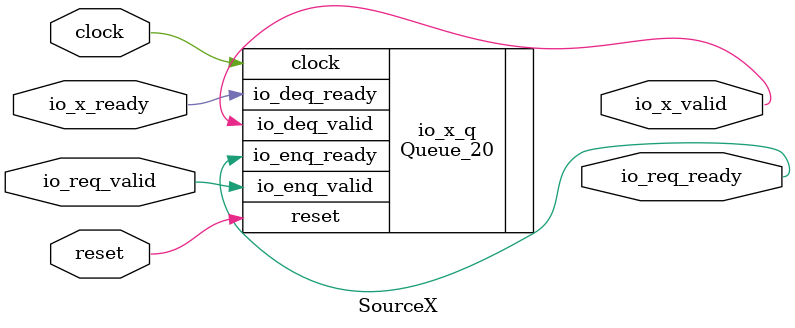
<source format=sv>
`ifndef RANDOMIZE
  `ifdef RANDOMIZE_REG_INIT
    `define RANDOMIZE
  `endif // RANDOMIZE_REG_INIT
`endif // not def RANDOMIZE
`ifndef RANDOMIZE
  `ifdef RANDOMIZE_MEM_INIT
    `define RANDOMIZE
  `endif // RANDOMIZE_MEM_INIT
`endif // not def RANDOMIZE

`ifndef RANDOM
  `define RANDOM $random
`endif // not def RANDOM

// Users can define 'PRINTF_COND' to add an extra gate to prints.
`ifndef PRINTF_COND_
  `ifdef PRINTF_COND
    `define PRINTF_COND_ (`PRINTF_COND)
  `else  // PRINTF_COND
    `define PRINTF_COND_ 1
  `endif // PRINTF_COND
`endif // not def PRINTF_COND_

// Users can define 'ASSERT_VERBOSE_COND' to add an extra gate to assert error printing.
`ifndef ASSERT_VERBOSE_COND_
  `ifdef ASSERT_VERBOSE_COND
    `define ASSERT_VERBOSE_COND_ (`ASSERT_VERBOSE_COND)
  `else  // ASSERT_VERBOSE_COND
    `define ASSERT_VERBOSE_COND_ 1
  `endif // ASSERT_VERBOSE_COND
`endif // not def ASSERT_VERBOSE_COND_

// Users can define 'STOP_COND' to add an extra gate to stop conditions.
`ifndef STOP_COND_
  `ifdef STOP_COND
    `define STOP_COND_ (`STOP_COND)
  `else  // STOP_COND
    `define STOP_COND_ 1
  `endif // STOP_COND
`endif // not def STOP_COND_

// Users can define INIT_RANDOM as general code that gets injected into the
// initializer block for modules with registers.
`ifndef INIT_RANDOM
  `define INIT_RANDOM
`endif // not def INIT_RANDOM

// If using random initialization, you can also define RANDOMIZE_DELAY to
// customize the delay used, otherwise 0.002 is used.
`ifndef RANDOMIZE_DELAY
  `define RANDOMIZE_DELAY 0.002
`endif // not def RANDOMIZE_DELAY

// Define INIT_RANDOM_PROLOG_ for use in our modules below.
`ifndef INIT_RANDOM_PROLOG_
  `ifdef RANDOMIZE
    `ifdef VERILATOR
      `define INIT_RANDOM_PROLOG_ `INIT_RANDOM
    `else  // VERILATOR
      `define INIT_RANDOM_PROLOG_ `INIT_RANDOM #`RANDOMIZE_DELAY begin end
    `endif // VERILATOR
  `else  // RANDOMIZE
    `define INIT_RANDOM_PROLOG_
  `endif // RANDOMIZE
`endif // not def INIT_RANDOM_PROLOG_

module SourceX(
  input  clock,
         reset,
         io_req_valid,
         io_x_ready,
  output io_req_ready,
         io_x_valid
);

  Queue_20 io_x_q (	// @[Decoupled.scala:375:21]
    .clock        (clock),
    .reset        (reset),
    .io_enq_valid (io_req_valid),
    .io_deq_ready (io_x_ready),
    .io_enq_ready (io_req_ready),
    .io_deq_valid (io_x_valid)
  );
endmodule


</source>
